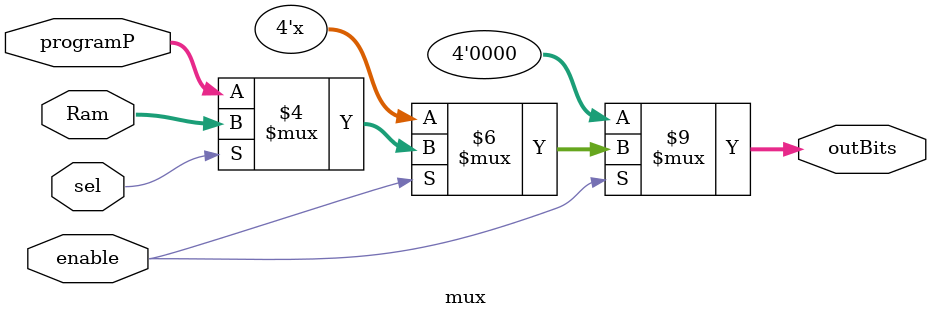
<source format=sv>
module mux (
    input logic sel,
    input logic [3:0] programP,
    input logic [3:0] Ram,
    input logic enable,
    output logic [3:0] outBits
);

always_comb begin
    if(enable) begin
        if(sel)
            outBits = Ram;
        else
            outBits = programP;
    end
    else outBits = 4'd0;
end


endmodule
</source>
